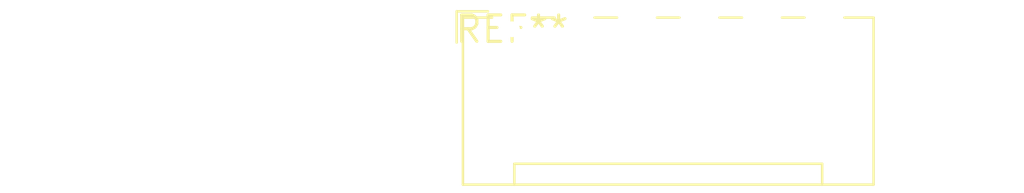
<source format=kicad_pcb>
(kicad_pcb (version 20240108) (generator pcbnew)
  (layers (0 "F.Cu" signal) (31 "B.Cu" signal) (34 "B.Paste" user) (35 "F.Paste" user) (36 "B.SilkS" user "B.Silkscreen") (37 "F.SilkS" user "F.Silkscreen") (38 "B.Mask" user) (39 "F.Mask" user) (44 "Edge.Cuts" user))
  (net 0 "")
  (footprint "JST_ZE_S11B-ZESK-2D_1x11_P1.50mm_Horizontal" (layer "F.Cu") (at 0 0)
    (property "Reference" "REF**")
    (property "Value" "JST_ZE_S11B-ZESK-2D_1x11_P1.50mm_Horizontal")
    (fp_line (start -2.66 -0.86) (end -1.16 -0.86) (layer "F.SilkS") (stroke (width 0.12)))
    (fp_line (start -2.66 0.64) (end -2.66 -0.86) (layer "F.SilkS") (stroke (width 0.12)))
    (fp_line (start -2.36 -0.56) (end -2.36 7.46) (layer "F.SilkS") (stroke (width 0.12)))
    (fp_line (start -2.36 7.46) (end 17.36 7.46) (layer "F.SilkS") (stroke (width 0.12)))
    (fp_line (start -0.96 -0.56) (end -2.36 -0.56) (layer "F.SilkS") (stroke (width 0.12)))
    (fp_line (start 0.11 6.46) (end 14.89 6.46) (layer "F.SilkS") (stroke (width 0.12)))
    (fp_line (start 0.11 7.46) (end 0.11 6.46) (layer "F.SilkS") (stroke (width 0.12)))
    (fp_line (start 0.96 -0.56) (end 2.04 -0.56) (layer "F.SilkS") (stroke (width 0.12)))
    (fp_line (start 3.96 -0.56) (end 5.04 -0.56) (layer "F.SilkS") (stroke (width 0.12)))
    (fp_line (start 6.96 -0.56) (end 8.04 -0.56) (layer "F.SilkS") (stroke (width 0.12)))
    (fp_line (start 9.96 -0.56) (end 11.04 -0.56) (layer "F.SilkS") (stroke (width 0.12)))
    (fp_line (start 12.96 -0.56) (end 14.04 -0.56) (layer "F.SilkS") (stroke (width 0.12)))
    (fp_line (start 14.89 6.46) (end 14.89 7.46) (layer "F.SilkS") (stroke (width 0.12)))
    (fp_line (start 17.36 -0.56) (end 15.96 -0.56) (layer "F.SilkS") (stroke (width 0.12)))
    (fp_line (start 17.36 7.46) (end 17.36 -0.56) (layer "F.SilkS") (stroke (width 0.12)))
    (pad "" np_thru_hole circle (at -1.55 1.85) (size 1.15 1.15) (drill 1.15) (layers *.Cu *.Mask))
    (pad "" np_thru_hole circle (at 16.55 1.85) (size 1.15 1.15) (drill 1.15) (layers *.Cu *.Mask))
    (pad "1" thru_hole roundrect (at 0 0) (size 1.4 1.75) (drill 0.75) (layers *.Cu *.Mask) (remove_unused_layers) (roundrect_rratio 0.178571))
    (pad "2" thru_hole oval (at 1.5 3.7) (size 1.4 1.75) (drill 0.75) (layers *.Cu *.Mask) (remove_unused_layers))
    (pad "3" thru_hole oval (at 3 0) (size 1.4 1.75) (drill 0.75) (layers *.Cu *.Mask) (remove_unused_layers))
    (pad "4" thru_hole oval (at 4.5 3.7) (size 1.4 1.75) (drill 0.75) (layers *.Cu *.Mask) (remove_unused_layers))
    (pad "5" thru_hole oval (at 6 0) (size 1.4 1.75) (drill 0.75) (layers *.Cu *.Mask) (remove_unused_layers))
    (pad "6" thru_hole oval (at 7.5 3.7) (size 1.4 1.75) (drill 0.75) (layers *.Cu *.Mask) (remove_unused_layers))
    (pad "7" thru_hole oval (at 9 0) (size 1.4 1.75) (drill 0.75) (layers *.Cu *.Mask) (remove_unused_layers))
    (pad "8" thru_hole oval (at 10.5 3.7) (size 1.4 1.75) (drill 0.75) (layers *.Cu *.Mask) (remove_unused_layers))
    (pad "9" thru_hole oval (at 12 0) (size 1.4 1.75) (drill 0.75) (layers *.Cu *.Mask) (remove_unused_layers))
    (pad "10" thru_hole oval (at 13.5 3.7) (size 1.4 1.75) (drill 0.75) (layers *.Cu *.Mask) (remove_unused_layers))
    (pad "11" thru_hole oval (at 15 0) (size 1.4 1.75) (drill 0.75) (layers *.Cu *.Mask) (remove_unused_layers))
  )
)
</source>
